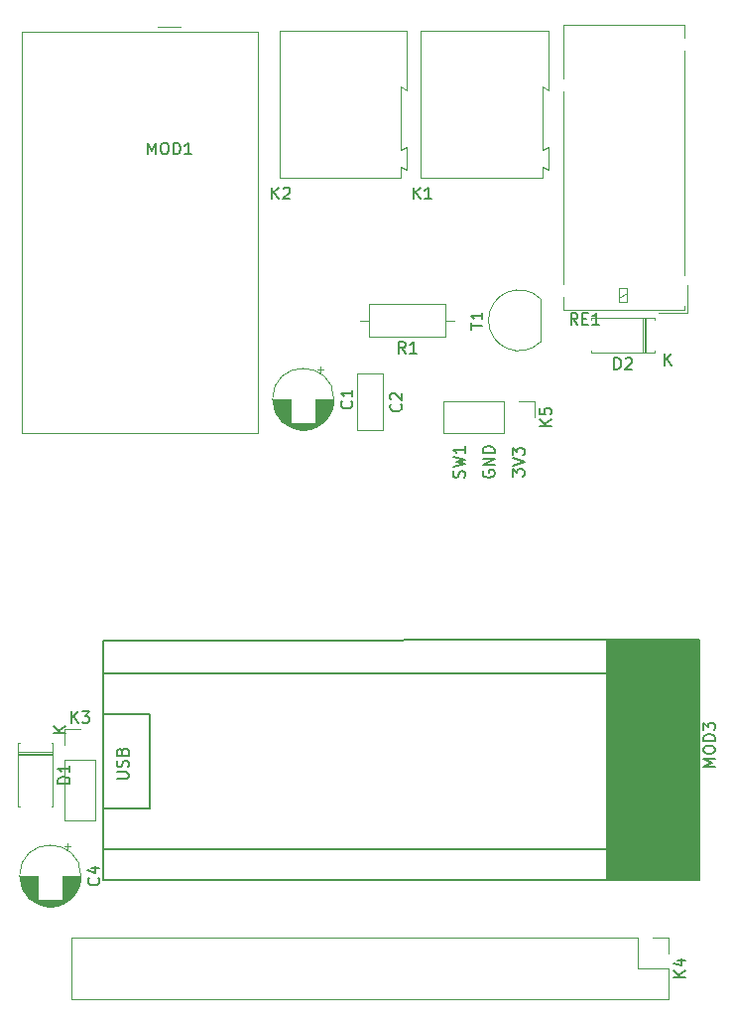
<source format=gbr>
%TF.GenerationSoftware,KiCad,Pcbnew,5.1.9-73d0e3b20d~88~ubuntu20.04.1*%
%TF.CreationDate,2021-03-24T09:58:02+01:00*%
%TF.ProjectId,TouchlessSwitch,546f7563-686c-4657-9373-537769746368,rev?*%
%TF.SameCoordinates,Original*%
%TF.FileFunction,Legend,Top*%
%TF.FilePolarity,Positive*%
%FSLAX46Y46*%
G04 Gerber Fmt 4.6, Leading zero omitted, Abs format (unit mm)*
G04 Created by KiCad (PCBNEW 5.1.9-73d0e3b20d~88~ubuntu20.04.1) date 2021-03-24 09:58:02*
%MOMM*%
%LPD*%
G01*
G04 APERTURE LIST*
%ADD10C,0.150000*%
%ADD11C,0.120000*%
%ADD12C,0.100000*%
G04 APERTURE END LIST*
D10*
X185824761Y-113728333D02*
X185872380Y-113585476D01*
X185872380Y-113347380D01*
X185824761Y-113252142D01*
X185777142Y-113204523D01*
X185681904Y-113156904D01*
X185586666Y-113156904D01*
X185491428Y-113204523D01*
X185443809Y-113252142D01*
X185396190Y-113347380D01*
X185348571Y-113537857D01*
X185300952Y-113633095D01*
X185253333Y-113680714D01*
X185158095Y-113728333D01*
X185062857Y-113728333D01*
X184967619Y-113680714D01*
X184920000Y-113633095D01*
X184872380Y-113537857D01*
X184872380Y-113299761D01*
X184920000Y-113156904D01*
X184872380Y-112823571D02*
X185872380Y-112585476D01*
X185158095Y-112395000D01*
X185872380Y-112204523D01*
X184872380Y-111966428D01*
X185872380Y-111061666D02*
X185872380Y-111633095D01*
X185872380Y-111347380D02*
X184872380Y-111347380D01*
X185015238Y-111442619D01*
X185110476Y-111537857D01*
X185158095Y-111633095D01*
X189952380Y-113633095D02*
X189952380Y-113014047D01*
X190333333Y-113347380D01*
X190333333Y-113204523D01*
X190380952Y-113109285D01*
X190428571Y-113061666D01*
X190523809Y-113014047D01*
X190761904Y-113014047D01*
X190857142Y-113061666D01*
X190904761Y-113109285D01*
X190952380Y-113204523D01*
X190952380Y-113490238D01*
X190904761Y-113585476D01*
X190857142Y-113633095D01*
X189952380Y-112728333D02*
X190952380Y-112395000D01*
X189952380Y-112061666D01*
X189952380Y-111823571D02*
X189952380Y-111204523D01*
X190333333Y-111537857D01*
X190333333Y-111395000D01*
X190380952Y-111299761D01*
X190428571Y-111252142D01*
X190523809Y-111204523D01*
X190761904Y-111204523D01*
X190857142Y-111252142D01*
X190904761Y-111299761D01*
X190952380Y-111395000D01*
X190952380Y-111680714D01*
X190904761Y-111775952D01*
X190857142Y-111823571D01*
X187460000Y-113156904D02*
X187412380Y-113252142D01*
X187412380Y-113395000D01*
X187460000Y-113537857D01*
X187555238Y-113633095D01*
X187650476Y-113680714D01*
X187840952Y-113728333D01*
X187983809Y-113728333D01*
X188174285Y-113680714D01*
X188269523Y-113633095D01*
X188364761Y-113537857D01*
X188412380Y-113395000D01*
X188412380Y-113299761D01*
X188364761Y-113156904D01*
X188317142Y-113109285D01*
X187983809Y-113109285D01*
X187983809Y-113299761D01*
X188412380Y-112680714D02*
X187412380Y-112680714D01*
X188412380Y-112109285D01*
X187412380Y-112109285D01*
X188412380Y-111633095D02*
X187412380Y-111633095D01*
X187412380Y-111395000D01*
X187460000Y-111252142D01*
X187555238Y-111156904D01*
X187650476Y-111109285D01*
X187840952Y-111061666D01*
X187983809Y-111061666D01*
X188174285Y-111109285D01*
X188269523Y-111156904D01*
X188364761Y-111252142D01*
X188412380Y-111395000D01*
X188412380Y-111633095D01*
D11*
%TO.C,K3*%
X151705000Y-142935000D02*
X154365000Y-142935000D01*
X151705000Y-137795000D02*
X151705000Y-142935000D01*
X154365000Y-137795000D02*
X154365000Y-142935000D01*
X151705000Y-137795000D02*
X154365000Y-137795000D01*
X151705000Y-136525000D02*
X151705000Y-135195000D01*
X151705000Y-135195000D02*
X153035000Y-135195000D01*
%TO.C,K5*%
X184090000Y-107255000D02*
X184090000Y-109915000D01*
X189230000Y-107255000D02*
X184090000Y-107255000D01*
X189230000Y-109915000D02*
X184090000Y-109915000D01*
X189230000Y-107255000D02*
X189230000Y-109915000D01*
X190500000Y-107255000D02*
X191830000Y-107255000D01*
X191830000Y-107255000D02*
X191830000Y-108585000D01*
%TO.C,T1*%
X192338478Y-98491522D02*
G75*
G03*
X187900000Y-100330000I-1838478J-1838478D01*
G01*
X192338478Y-102168478D02*
G75*
G02*
X187900000Y-100330000I-1838478J1838478D01*
G01*
X192350000Y-102130000D02*
X192350000Y-98530000D01*
%TO.C,R1*%
X184245000Y-101700000D02*
X184245000Y-98960000D01*
X184245000Y-98960000D02*
X177705000Y-98960000D01*
X177705000Y-98960000D02*
X177705000Y-101700000D01*
X177705000Y-101700000D02*
X184245000Y-101700000D01*
X185015000Y-100330000D02*
X184245000Y-100330000D01*
X176935000Y-100330000D02*
X177705000Y-100330000D01*
%TO.C,D2*%
X202110000Y-102940000D02*
X202110000Y-103070000D01*
X202110000Y-103070000D02*
X196670000Y-103070000D01*
X196670000Y-103070000D02*
X196670000Y-102940000D01*
X202110000Y-100260000D02*
X202110000Y-100130000D01*
X202110000Y-100130000D02*
X196670000Y-100130000D01*
X196670000Y-100130000D02*
X196670000Y-100260000D01*
X201210000Y-103070000D02*
X201210000Y-100130000D01*
X201090000Y-103070000D02*
X201090000Y-100130000D01*
X201330000Y-103070000D02*
X201330000Y-100130000D01*
%TO.C,K2*%
X180920000Y-75615000D02*
X170070000Y-75615000D01*
X180920000Y-80715000D02*
X180920000Y-75615000D01*
X180420000Y-80415000D02*
X180920000Y-80715000D01*
X180420000Y-85815000D02*
X180420000Y-80415000D01*
X180920000Y-85565000D02*
X180420000Y-85815000D01*
X180920000Y-85615000D02*
X180920000Y-85565000D01*
X180920000Y-87515000D02*
X180920000Y-85615000D01*
X180420000Y-87265000D02*
X180920000Y-87515000D01*
X180420000Y-88215000D02*
X180420000Y-87265000D01*
X170070000Y-88215000D02*
X180420000Y-88215000D01*
X170070000Y-75615000D02*
X170070000Y-88215000D01*
%TO.C,K1*%
X192985000Y-75615000D02*
X182135000Y-75615000D01*
X192985000Y-80715000D02*
X192985000Y-75615000D01*
X192485000Y-80415000D02*
X192985000Y-80715000D01*
X192485000Y-85815000D02*
X192485000Y-80415000D01*
X192985000Y-85565000D02*
X192485000Y-85815000D01*
X192985000Y-85615000D02*
X192985000Y-85565000D01*
X192985000Y-87515000D02*
X192985000Y-85615000D01*
X192485000Y-87265000D02*
X192985000Y-87515000D01*
X192485000Y-88215000D02*
X192485000Y-87265000D01*
X182135000Y-88215000D02*
X192485000Y-88215000D01*
X182135000Y-75615000D02*
X182135000Y-88215000D01*
%TO.C,K4*%
X203260000Y-152975000D02*
X203260000Y-154305000D01*
X201930000Y-152975000D02*
X203260000Y-152975000D01*
X203260000Y-155575000D02*
X203260000Y-158175000D01*
X200660000Y-155575000D02*
X203260000Y-155575000D01*
X200660000Y-152975000D02*
X200660000Y-155575000D01*
X203260000Y-158175000D02*
X152340000Y-158175000D01*
X200660000Y-152975000D02*
X152340000Y-152975000D01*
X152340000Y-152975000D02*
X152340000Y-158175000D01*
%TO.C,RE1*%
X204600000Y-99440000D02*
X204600000Y-99100000D01*
X204600000Y-75140000D02*
X204600000Y-76280000D01*
X194310000Y-79740000D02*
X194300000Y-75140000D01*
X194300000Y-99440000D02*
X194300000Y-98300000D01*
X204850000Y-99690000D02*
X202450000Y-99690000D01*
X204850000Y-97350000D02*
X204850000Y-99690000D01*
X199750000Y-97590000D02*
X199050000Y-97590000D01*
X199750000Y-98790000D02*
X199750000Y-97590000D01*
X199050000Y-98790000D02*
X199750000Y-98790000D01*
X199050000Y-97590000D02*
X199050000Y-98790000D01*
X199750000Y-97990000D02*
X199050000Y-98390000D01*
X194300000Y-75140000D02*
X204600000Y-75140000D01*
X204600000Y-96480000D02*
X204600000Y-77300000D01*
X194300000Y-99440000D02*
X204600000Y-99440000D01*
X194300000Y-97280000D02*
X194300000Y-80800000D01*
D10*
%TO.C,MOD3*%
X154970000Y-130405000D02*
X197920000Y-130405000D01*
X154970000Y-127605000D02*
X154970000Y-130405000D01*
X205870000Y-127555000D02*
X154970000Y-127605000D01*
X205870000Y-148005000D02*
X205870000Y-127555000D01*
X154970000Y-148005000D02*
X154970000Y-145405000D01*
X205870000Y-148005000D02*
X154970000Y-148005000D01*
X154970000Y-145405000D02*
X197970000Y-145405000D01*
X154970000Y-130405000D02*
X154970000Y-145405000D01*
X159020000Y-133905000D02*
X159020000Y-134555000D01*
X154970000Y-133905000D02*
X159020000Y-133905000D01*
X159020000Y-141905000D02*
X159020000Y-134405000D01*
X154970000Y-141905000D02*
X159020000Y-141905000D01*
D12*
G36*
X205860000Y-127655000D02*
G01*
X205860000Y-148015000D01*
X197970000Y-147955000D01*
X197970000Y-127655000D01*
X205860000Y-127655000D01*
G37*
X205860000Y-127655000D02*
X205860000Y-148015000D01*
X197970000Y-147955000D01*
X197970000Y-127655000D01*
X205860000Y-127655000D01*
D11*
X205870000Y-148005000D02*
X205860000Y-127575000D01*
X205800000Y-145505000D02*
X205800000Y-137525000D01*
X205800000Y-135525000D02*
X205800000Y-130065000D01*
%TO.C,MOD1*%
X161655000Y-75315000D02*
X159645000Y-75315000D01*
X168255000Y-109905000D02*
X168255000Y-75705000D01*
X148055000Y-109905000D02*
X168255000Y-109905000D01*
X148055000Y-75705000D02*
X148055000Y-109905000D01*
X168255000Y-75705000D02*
X148055000Y-75705000D01*
%TO.C,D1*%
X150695000Y-137125000D02*
X147755000Y-137125000D01*
X150695000Y-137365000D02*
X147755000Y-137365000D01*
X150695000Y-137245000D02*
X147755000Y-137245000D01*
X147755000Y-141785000D02*
X147885000Y-141785000D01*
X147755000Y-136345000D02*
X147755000Y-141785000D01*
X147885000Y-136345000D02*
X147755000Y-136345000D01*
X150695000Y-141785000D02*
X150565000Y-141785000D01*
X150695000Y-136345000D02*
X150695000Y-141785000D01*
X150565000Y-136345000D02*
X150695000Y-136345000D01*
%TO.C,C4*%
X152220000Y-145130225D02*
X151720000Y-145130225D01*
X151970000Y-144880225D02*
X151970000Y-145380225D01*
X150779000Y-150286000D02*
X150211000Y-150286000D01*
X151013000Y-150246000D02*
X149977000Y-150246000D01*
X151172000Y-150206000D02*
X149818000Y-150206000D01*
X151300000Y-150166000D02*
X149690000Y-150166000D01*
X151410000Y-150126000D02*
X149580000Y-150126000D01*
X151506000Y-150086000D02*
X149484000Y-150086000D01*
X151593000Y-150046000D02*
X149397000Y-150046000D01*
X151673000Y-150006000D02*
X149317000Y-150006000D01*
X151746000Y-149966000D02*
X149244000Y-149966000D01*
X151814000Y-149926000D02*
X149176000Y-149926000D01*
X151878000Y-149886000D02*
X149112000Y-149886000D01*
X151938000Y-149846000D02*
X149052000Y-149846000D01*
X151995000Y-149806000D02*
X148995000Y-149806000D01*
X152049000Y-149766000D02*
X148941000Y-149766000D01*
X152100000Y-149726000D02*
X148890000Y-149726000D01*
X149455000Y-149686000D02*
X148842000Y-149686000D01*
X152148000Y-149686000D02*
X151535000Y-149686000D01*
X149455000Y-149646000D02*
X148796000Y-149646000D01*
X152194000Y-149646000D02*
X151535000Y-149646000D01*
X149455000Y-149606000D02*
X148752000Y-149606000D01*
X152238000Y-149606000D02*
X151535000Y-149606000D01*
X149455000Y-149566000D02*
X148710000Y-149566000D01*
X152280000Y-149566000D02*
X151535000Y-149566000D01*
X149455000Y-149526000D02*
X148669000Y-149526000D01*
X152321000Y-149526000D02*
X151535000Y-149526000D01*
X149455000Y-149486000D02*
X148631000Y-149486000D01*
X152359000Y-149486000D02*
X151535000Y-149486000D01*
X149455000Y-149446000D02*
X148594000Y-149446000D01*
X152396000Y-149446000D02*
X151535000Y-149446000D01*
X149455000Y-149406000D02*
X148558000Y-149406000D01*
X152432000Y-149406000D02*
X151535000Y-149406000D01*
X149455000Y-149366000D02*
X148524000Y-149366000D01*
X152466000Y-149366000D02*
X151535000Y-149366000D01*
X149455000Y-149326000D02*
X148491000Y-149326000D01*
X152499000Y-149326000D02*
X151535000Y-149326000D01*
X149455000Y-149286000D02*
X148460000Y-149286000D01*
X152530000Y-149286000D02*
X151535000Y-149286000D01*
X149455000Y-149246000D02*
X148430000Y-149246000D01*
X152560000Y-149246000D02*
X151535000Y-149246000D01*
X149455000Y-149206000D02*
X148400000Y-149206000D01*
X152590000Y-149206000D02*
X151535000Y-149206000D01*
X149455000Y-149166000D02*
X148373000Y-149166000D01*
X152617000Y-149166000D02*
X151535000Y-149166000D01*
X149455000Y-149126000D02*
X148346000Y-149126000D01*
X152644000Y-149126000D02*
X151535000Y-149126000D01*
X149455000Y-149086000D02*
X148320000Y-149086000D01*
X152670000Y-149086000D02*
X151535000Y-149086000D01*
X149455000Y-149046000D02*
X148295000Y-149046000D01*
X152695000Y-149046000D02*
X151535000Y-149046000D01*
X149455000Y-149006000D02*
X148271000Y-149006000D01*
X152719000Y-149006000D02*
X151535000Y-149006000D01*
X149455000Y-148966000D02*
X148248000Y-148966000D01*
X152742000Y-148966000D02*
X151535000Y-148966000D01*
X149455000Y-148926000D02*
X148227000Y-148926000D01*
X152763000Y-148926000D02*
X151535000Y-148926000D01*
X149455000Y-148886000D02*
X148205000Y-148886000D01*
X152785000Y-148886000D02*
X151535000Y-148886000D01*
X149455000Y-148846000D02*
X148185000Y-148846000D01*
X152805000Y-148846000D02*
X151535000Y-148846000D01*
X149455000Y-148806000D02*
X148166000Y-148806000D01*
X152824000Y-148806000D02*
X151535000Y-148806000D01*
X149455000Y-148766000D02*
X148147000Y-148766000D01*
X152843000Y-148766000D02*
X151535000Y-148766000D01*
X149455000Y-148726000D02*
X148130000Y-148726000D01*
X152860000Y-148726000D02*
X151535000Y-148726000D01*
X149455000Y-148686000D02*
X148113000Y-148686000D01*
X152877000Y-148686000D02*
X151535000Y-148686000D01*
X149455000Y-148646000D02*
X148097000Y-148646000D01*
X152893000Y-148646000D02*
X151535000Y-148646000D01*
X149455000Y-148606000D02*
X148081000Y-148606000D01*
X152909000Y-148606000D02*
X151535000Y-148606000D01*
X149455000Y-148566000D02*
X148067000Y-148566000D01*
X152923000Y-148566000D02*
X151535000Y-148566000D01*
X149455000Y-148526000D02*
X148053000Y-148526000D01*
X152937000Y-148526000D02*
X151535000Y-148526000D01*
X149455000Y-148486000D02*
X148040000Y-148486000D01*
X152950000Y-148486000D02*
X151535000Y-148486000D01*
X149455000Y-148446000D02*
X148027000Y-148446000D01*
X152963000Y-148446000D02*
X151535000Y-148446000D01*
X149455000Y-148406000D02*
X148015000Y-148406000D01*
X152975000Y-148406000D02*
X151535000Y-148406000D01*
X149455000Y-148365000D02*
X148004000Y-148365000D01*
X152986000Y-148365000D02*
X151535000Y-148365000D01*
X149455000Y-148325000D02*
X147994000Y-148325000D01*
X152996000Y-148325000D02*
X151535000Y-148325000D01*
X149455000Y-148285000D02*
X147984000Y-148285000D01*
X153006000Y-148285000D02*
X151535000Y-148285000D01*
X149455000Y-148245000D02*
X147975000Y-148245000D01*
X153015000Y-148245000D02*
X151535000Y-148245000D01*
X149455000Y-148205000D02*
X147967000Y-148205000D01*
X153023000Y-148205000D02*
X151535000Y-148205000D01*
X149455000Y-148165000D02*
X147959000Y-148165000D01*
X153031000Y-148165000D02*
X151535000Y-148165000D01*
X149455000Y-148125000D02*
X147952000Y-148125000D01*
X153038000Y-148125000D02*
X151535000Y-148125000D01*
X149455000Y-148085000D02*
X147945000Y-148085000D01*
X153045000Y-148085000D02*
X151535000Y-148085000D01*
X149455000Y-148045000D02*
X147939000Y-148045000D01*
X153051000Y-148045000D02*
X151535000Y-148045000D01*
X149455000Y-148005000D02*
X147934000Y-148005000D01*
X153056000Y-148005000D02*
X151535000Y-148005000D01*
X149455000Y-147965000D02*
X147930000Y-147965000D01*
X153060000Y-147965000D02*
X151535000Y-147965000D01*
X149455000Y-147925000D02*
X147926000Y-147925000D01*
X153064000Y-147925000D02*
X151535000Y-147925000D01*
X149455000Y-147885000D02*
X147922000Y-147885000D01*
X153068000Y-147885000D02*
X151535000Y-147885000D01*
X149455000Y-147845000D02*
X147919000Y-147845000D01*
X153071000Y-147845000D02*
X151535000Y-147845000D01*
X149455000Y-147805000D02*
X147917000Y-147805000D01*
X153073000Y-147805000D02*
X151535000Y-147805000D01*
X149455000Y-147765000D02*
X147916000Y-147765000D01*
X153074000Y-147765000D02*
X151535000Y-147765000D01*
X153075000Y-147725000D02*
X151535000Y-147725000D01*
X149455000Y-147725000D02*
X147915000Y-147725000D01*
X153075000Y-147685000D02*
X151535000Y-147685000D01*
X149455000Y-147685000D02*
X147915000Y-147685000D01*
X153115000Y-147685000D02*
G75*
G03*
X153115000Y-147685000I-2620000J0D01*
G01*
%TO.C,C2*%
X178920000Y-109715000D02*
X176680000Y-109715000D01*
X178920000Y-104875000D02*
X176680000Y-104875000D01*
X176680000Y-104875000D02*
X176680000Y-109715000D01*
X178920000Y-104875000D02*
X178920000Y-109715000D01*
%TO.C,C1*%
X173810000Y-104490225D02*
X173310000Y-104490225D01*
X173560000Y-104240225D02*
X173560000Y-104740225D01*
X172369000Y-109646000D02*
X171801000Y-109646000D01*
X172603000Y-109606000D02*
X171567000Y-109606000D01*
X172762000Y-109566000D02*
X171408000Y-109566000D01*
X172890000Y-109526000D02*
X171280000Y-109526000D01*
X173000000Y-109486000D02*
X171170000Y-109486000D01*
X173096000Y-109446000D02*
X171074000Y-109446000D01*
X173183000Y-109406000D02*
X170987000Y-109406000D01*
X173263000Y-109366000D02*
X170907000Y-109366000D01*
X173336000Y-109326000D02*
X170834000Y-109326000D01*
X173404000Y-109286000D02*
X170766000Y-109286000D01*
X173468000Y-109246000D02*
X170702000Y-109246000D01*
X173528000Y-109206000D02*
X170642000Y-109206000D01*
X173585000Y-109166000D02*
X170585000Y-109166000D01*
X173639000Y-109126000D02*
X170531000Y-109126000D01*
X173690000Y-109086000D02*
X170480000Y-109086000D01*
X171045000Y-109046000D02*
X170432000Y-109046000D01*
X173738000Y-109046000D02*
X173125000Y-109046000D01*
X171045000Y-109006000D02*
X170386000Y-109006000D01*
X173784000Y-109006000D02*
X173125000Y-109006000D01*
X171045000Y-108966000D02*
X170342000Y-108966000D01*
X173828000Y-108966000D02*
X173125000Y-108966000D01*
X171045000Y-108926000D02*
X170300000Y-108926000D01*
X173870000Y-108926000D02*
X173125000Y-108926000D01*
X171045000Y-108886000D02*
X170259000Y-108886000D01*
X173911000Y-108886000D02*
X173125000Y-108886000D01*
X171045000Y-108846000D02*
X170221000Y-108846000D01*
X173949000Y-108846000D02*
X173125000Y-108846000D01*
X171045000Y-108806000D02*
X170184000Y-108806000D01*
X173986000Y-108806000D02*
X173125000Y-108806000D01*
X171045000Y-108766000D02*
X170148000Y-108766000D01*
X174022000Y-108766000D02*
X173125000Y-108766000D01*
X171045000Y-108726000D02*
X170114000Y-108726000D01*
X174056000Y-108726000D02*
X173125000Y-108726000D01*
X171045000Y-108686000D02*
X170081000Y-108686000D01*
X174089000Y-108686000D02*
X173125000Y-108686000D01*
X171045000Y-108646000D02*
X170050000Y-108646000D01*
X174120000Y-108646000D02*
X173125000Y-108646000D01*
X171045000Y-108606000D02*
X170020000Y-108606000D01*
X174150000Y-108606000D02*
X173125000Y-108606000D01*
X171045000Y-108566000D02*
X169990000Y-108566000D01*
X174180000Y-108566000D02*
X173125000Y-108566000D01*
X171045000Y-108526000D02*
X169963000Y-108526000D01*
X174207000Y-108526000D02*
X173125000Y-108526000D01*
X171045000Y-108486000D02*
X169936000Y-108486000D01*
X174234000Y-108486000D02*
X173125000Y-108486000D01*
X171045000Y-108446000D02*
X169910000Y-108446000D01*
X174260000Y-108446000D02*
X173125000Y-108446000D01*
X171045000Y-108406000D02*
X169885000Y-108406000D01*
X174285000Y-108406000D02*
X173125000Y-108406000D01*
X171045000Y-108366000D02*
X169861000Y-108366000D01*
X174309000Y-108366000D02*
X173125000Y-108366000D01*
X171045000Y-108326000D02*
X169838000Y-108326000D01*
X174332000Y-108326000D02*
X173125000Y-108326000D01*
X171045000Y-108286000D02*
X169817000Y-108286000D01*
X174353000Y-108286000D02*
X173125000Y-108286000D01*
X171045000Y-108246000D02*
X169795000Y-108246000D01*
X174375000Y-108246000D02*
X173125000Y-108246000D01*
X171045000Y-108206000D02*
X169775000Y-108206000D01*
X174395000Y-108206000D02*
X173125000Y-108206000D01*
X171045000Y-108166000D02*
X169756000Y-108166000D01*
X174414000Y-108166000D02*
X173125000Y-108166000D01*
X171045000Y-108126000D02*
X169737000Y-108126000D01*
X174433000Y-108126000D02*
X173125000Y-108126000D01*
X171045000Y-108086000D02*
X169720000Y-108086000D01*
X174450000Y-108086000D02*
X173125000Y-108086000D01*
X171045000Y-108046000D02*
X169703000Y-108046000D01*
X174467000Y-108046000D02*
X173125000Y-108046000D01*
X171045000Y-108006000D02*
X169687000Y-108006000D01*
X174483000Y-108006000D02*
X173125000Y-108006000D01*
X171045000Y-107966000D02*
X169671000Y-107966000D01*
X174499000Y-107966000D02*
X173125000Y-107966000D01*
X171045000Y-107926000D02*
X169657000Y-107926000D01*
X174513000Y-107926000D02*
X173125000Y-107926000D01*
X171045000Y-107886000D02*
X169643000Y-107886000D01*
X174527000Y-107886000D02*
X173125000Y-107886000D01*
X171045000Y-107846000D02*
X169630000Y-107846000D01*
X174540000Y-107846000D02*
X173125000Y-107846000D01*
X171045000Y-107806000D02*
X169617000Y-107806000D01*
X174553000Y-107806000D02*
X173125000Y-107806000D01*
X171045000Y-107766000D02*
X169605000Y-107766000D01*
X174565000Y-107766000D02*
X173125000Y-107766000D01*
X171045000Y-107725000D02*
X169594000Y-107725000D01*
X174576000Y-107725000D02*
X173125000Y-107725000D01*
X171045000Y-107685000D02*
X169584000Y-107685000D01*
X174586000Y-107685000D02*
X173125000Y-107685000D01*
X171045000Y-107645000D02*
X169574000Y-107645000D01*
X174596000Y-107645000D02*
X173125000Y-107645000D01*
X171045000Y-107605000D02*
X169565000Y-107605000D01*
X174605000Y-107605000D02*
X173125000Y-107605000D01*
X171045000Y-107565000D02*
X169557000Y-107565000D01*
X174613000Y-107565000D02*
X173125000Y-107565000D01*
X171045000Y-107525000D02*
X169549000Y-107525000D01*
X174621000Y-107525000D02*
X173125000Y-107525000D01*
X171045000Y-107485000D02*
X169542000Y-107485000D01*
X174628000Y-107485000D02*
X173125000Y-107485000D01*
X171045000Y-107445000D02*
X169535000Y-107445000D01*
X174635000Y-107445000D02*
X173125000Y-107445000D01*
X171045000Y-107405000D02*
X169529000Y-107405000D01*
X174641000Y-107405000D02*
X173125000Y-107405000D01*
X171045000Y-107365000D02*
X169524000Y-107365000D01*
X174646000Y-107365000D02*
X173125000Y-107365000D01*
X171045000Y-107325000D02*
X169520000Y-107325000D01*
X174650000Y-107325000D02*
X173125000Y-107325000D01*
X171045000Y-107285000D02*
X169516000Y-107285000D01*
X174654000Y-107285000D02*
X173125000Y-107285000D01*
X171045000Y-107245000D02*
X169512000Y-107245000D01*
X174658000Y-107245000D02*
X173125000Y-107245000D01*
X171045000Y-107205000D02*
X169509000Y-107205000D01*
X174661000Y-107205000D02*
X173125000Y-107205000D01*
X171045000Y-107165000D02*
X169507000Y-107165000D01*
X174663000Y-107165000D02*
X173125000Y-107165000D01*
X171045000Y-107125000D02*
X169506000Y-107125000D01*
X174664000Y-107125000D02*
X173125000Y-107125000D01*
X174665000Y-107085000D02*
X173125000Y-107085000D01*
X171045000Y-107085000D02*
X169505000Y-107085000D01*
X174665000Y-107045000D02*
X173125000Y-107045000D01*
X171045000Y-107045000D02*
X169505000Y-107045000D01*
X174705000Y-107045000D02*
G75*
G03*
X174705000Y-107045000I-2620000J0D01*
G01*
%TO.C,K3*%
D10*
X152296904Y-134647380D02*
X152296904Y-133647380D01*
X152868333Y-134647380D02*
X152439761Y-134075952D01*
X152868333Y-133647380D02*
X152296904Y-134218809D01*
X153201666Y-133647380D02*
X153820714Y-133647380D01*
X153487380Y-134028333D01*
X153630238Y-134028333D01*
X153725476Y-134075952D01*
X153773095Y-134123571D01*
X153820714Y-134218809D01*
X153820714Y-134456904D01*
X153773095Y-134552142D01*
X153725476Y-134599761D01*
X153630238Y-134647380D01*
X153344523Y-134647380D01*
X153249285Y-134599761D01*
X153201666Y-134552142D01*
%TO.C,K5*%
X193282380Y-109323095D02*
X192282380Y-109323095D01*
X193282380Y-108751666D02*
X192710952Y-109180238D01*
X192282380Y-108751666D02*
X192853809Y-109323095D01*
X192282380Y-107846904D02*
X192282380Y-108323095D01*
X192758571Y-108370714D01*
X192710952Y-108323095D01*
X192663333Y-108227857D01*
X192663333Y-107989761D01*
X192710952Y-107894523D01*
X192758571Y-107846904D01*
X192853809Y-107799285D01*
X193091904Y-107799285D01*
X193187142Y-107846904D01*
X193234761Y-107894523D01*
X193282380Y-107989761D01*
X193282380Y-108227857D01*
X193234761Y-108323095D01*
X193187142Y-108370714D01*
%TO.C,T1*%
X186392380Y-101091904D02*
X186392380Y-100520476D01*
X187392380Y-100806190D02*
X186392380Y-100806190D01*
X187392380Y-99663333D02*
X187392380Y-100234761D01*
X187392380Y-99949047D02*
X186392380Y-99949047D01*
X186535238Y-100044285D01*
X186630476Y-100139523D01*
X186678095Y-100234761D01*
%TO.C,R1*%
X180808333Y-103152380D02*
X180475000Y-102676190D01*
X180236904Y-103152380D02*
X180236904Y-102152380D01*
X180617857Y-102152380D01*
X180713095Y-102200000D01*
X180760714Y-102247619D01*
X180808333Y-102342857D01*
X180808333Y-102485714D01*
X180760714Y-102580952D01*
X180713095Y-102628571D01*
X180617857Y-102676190D01*
X180236904Y-102676190D01*
X181760714Y-103152380D02*
X181189285Y-103152380D01*
X181475000Y-103152380D02*
X181475000Y-102152380D01*
X181379761Y-102295238D01*
X181284523Y-102390476D01*
X181189285Y-102438095D01*
%TO.C,D2*%
X198651904Y-104522380D02*
X198651904Y-103522380D01*
X198890000Y-103522380D01*
X199032857Y-103570000D01*
X199128095Y-103665238D01*
X199175714Y-103760476D01*
X199223333Y-103950952D01*
X199223333Y-104093809D01*
X199175714Y-104284285D01*
X199128095Y-104379523D01*
X199032857Y-104474761D01*
X198890000Y-104522380D01*
X198651904Y-104522380D01*
X199604285Y-103617619D02*
X199651904Y-103570000D01*
X199747142Y-103522380D01*
X199985238Y-103522380D01*
X200080476Y-103570000D01*
X200128095Y-103617619D01*
X200175714Y-103712857D01*
X200175714Y-103808095D01*
X200128095Y-103950952D01*
X199556666Y-104522380D01*
X200175714Y-104522380D01*
X202938095Y-104152380D02*
X202938095Y-103152380D01*
X203509523Y-104152380D02*
X203080952Y-103580952D01*
X203509523Y-103152380D02*
X202938095Y-103723809D01*
%TO.C,K2*%
X169441904Y-89987380D02*
X169441904Y-88987380D01*
X170013333Y-89987380D02*
X169584761Y-89415952D01*
X170013333Y-88987380D02*
X169441904Y-89558809D01*
X170394285Y-89082619D02*
X170441904Y-89035000D01*
X170537142Y-88987380D01*
X170775238Y-88987380D01*
X170870476Y-89035000D01*
X170918095Y-89082619D01*
X170965714Y-89177857D01*
X170965714Y-89273095D01*
X170918095Y-89415952D01*
X170346666Y-89987380D01*
X170965714Y-89987380D01*
%TO.C,K1*%
X181506904Y-89987380D02*
X181506904Y-88987380D01*
X182078333Y-89987380D02*
X181649761Y-89415952D01*
X182078333Y-88987380D02*
X181506904Y-89558809D01*
X183030714Y-89987380D02*
X182459285Y-89987380D01*
X182745000Y-89987380D02*
X182745000Y-88987380D01*
X182649761Y-89130238D01*
X182554523Y-89225476D01*
X182459285Y-89273095D01*
%TO.C,K4*%
X204712380Y-156313095D02*
X203712380Y-156313095D01*
X204712380Y-155741666D02*
X204140952Y-156170238D01*
X203712380Y-155741666D02*
X204283809Y-156313095D01*
X204045714Y-154884523D02*
X204712380Y-154884523D01*
X203664761Y-155122619D02*
X204379047Y-155360714D01*
X204379047Y-154741666D01*
%TO.C,RE1*%
X195500952Y-100702380D02*
X195167619Y-100226190D01*
X194929523Y-100702380D02*
X194929523Y-99702380D01*
X195310476Y-99702380D01*
X195405714Y-99750000D01*
X195453333Y-99797619D01*
X195500952Y-99892857D01*
X195500952Y-100035714D01*
X195453333Y-100130952D01*
X195405714Y-100178571D01*
X195310476Y-100226190D01*
X194929523Y-100226190D01*
X195929523Y-100178571D02*
X196262857Y-100178571D01*
X196405714Y-100702380D02*
X195929523Y-100702380D01*
X195929523Y-99702380D01*
X196405714Y-99702380D01*
X197358095Y-100702380D02*
X196786666Y-100702380D01*
X197072380Y-100702380D02*
X197072380Y-99702380D01*
X196977142Y-99845238D01*
X196881904Y-99940476D01*
X196786666Y-99988095D01*
%TO.C,MOD3*%
X207252380Y-138358333D02*
X206252380Y-138358333D01*
X206966666Y-138025000D01*
X206252380Y-137691666D01*
X207252380Y-137691666D01*
X206252380Y-137025000D02*
X206252380Y-136834523D01*
X206300000Y-136739285D01*
X206395238Y-136644047D01*
X206585714Y-136596428D01*
X206919047Y-136596428D01*
X207109523Y-136644047D01*
X207204761Y-136739285D01*
X207252380Y-136834523D01*
X207252380Y-137025000D01*
X207204761Y-137120238D01*
X207109523Y-137215476D01*
X206919047Y-137263095D01*
X206585714Y-137263095D01*
X206395238Y-137215476D01*
X206300000Y-137120238D01*
X206252380Y-137025000D01*
X207252380Y-136167857D02*
X206252380Y-136167857D01*
X206252380Y-135929761D01*
X206300000Y-135786904D01*
X206395238Y-135691666D01*
X206490476Y-135644047D01*
X206680952Y-135596428D01*
X206823809Y-135596428D01*
X207014285Y-135644047D01*
X207109523Y-135691666D01*
X207204761Y-135786904D01*
X207252380Y-135929761D01*
X207252380Y-136167857D01*
X206252380Y-135263095D02*
X206252380Y-134644047D01*
X206633333Y-134977380D01*
X206633333Y-134834523D01*
X206680952Y-134739285D01*
X206728571Y-134691666D01*
X206823809Y-134644047D01*
X207061904Y-134644047D01*
X207157142Y-134691666D01*
X207204761Y-134739285D01*
X207252380Y-134834523D01*
X207252380Y-135120238D01*
X207204761Y-135215476D01*
X207157142Y-135263095D01*
X156172380Y-139416904D02*
X156981904Y-139416904D01*
X157077142Y-139369285D01*
X157124761Y-139321666D01*
X157172380Y-139226428D01*
X157172380Y-139035952D01*
X157124761Y-138940714D01*
X157077142Y-138893095D01*
X156981904Y-138845476D01*
X156172380Y-138845476D01*
X157124761Y-138416904D02*
X157172380Y-138274047D01*
X157172380Y-138035952D01*
X157124761Y-137940714D01*
X157077142Y-137893095D01*
X156981904Y-137845476D01*
X156886666Y-137845476D01*
X156791428Y-137893095D01*
X156743809Y-137940714D01*
X156696190Y-138035952D01*
X156648571Y-138226428D01*
X156600952Y-138321666D01*
X156553333Y-138369285D01*
X156458095Y-138416904D01*
X156362857Y-138416904D01*
X156267619Y-138369285D01*
X156220000Y-138321666D01*
X156172380Y-138226428D01*
X156172380Y-137988333D01*
X156220000Y-137845476D01*
X156648571Y-137083571D02*
X156696190Y-136940714D01*
X156743809Y-136893095D01*
X156839047Y-136845476D01*
X156981904Y-136845476D01*
X157077142Y-136893095D01*
X157124761Y-136940714D01*
X157172380Y-137035952D01*
X157172380Y-137416904D01*
X156172380Y-137416904D01*
X156172380Y-137083571D01*
X156220000Y-136988333D01*
X156267619Y-136940714D01*
X156362857Y-136893095D01*
X156458095Y-136893095D01*
X156553333Y-136940714D01*
X156600952Y-136988333D01*
X156648571Y-137083571D01*
X156648571Y-137416904D01*
%TO.C,MOD1*%
X158821666Y-86177380D02*
X158821666Y-85177380D01*
X159155000Y-85891666D01*
X159488333Y-85177380D01*
X159488333Y-86177380D01*
X160155000Y-85177380D02*
X160345476Y-85177380D01*
X160440714Y-85225000D01*
X160535952Y-85320238D01*
X160583571Y-85510714D01*
X160583571Y-85844047D01*
X160535952Y-86034523D01*
X160440714Y-86129761D01*
X160345476Y-86177380D01*
X160155000Y-86177380D01*
X160059761Y-86129761D01*
X159964523Y-86034523D01*
X159916904Y-85844047D01*
X159916904Y-85510714D01*
X159964523Y-85320238D01*
X160059761Y-85225000D01*
X160155000Y-85177380D01*
X161012142Y-86177380D02*
X161012142Y-85177380D01*
X161250238Y-85177380D01*
X161393095Y-85225000D01*
X161488333Y-85320238D01*
X161535952Y-85415476D01*
X161583571Y-85605952D01*
X161583571Y-85748809D01*
X161535952Y-85939285D01*
X161488333Y-86034523D01*
X161393095Y-86129761D01*
X161250238Y-86177380D01*
X161012142Y-86177380D01*
X162535952Y-86177380D02*
X161964523Y-86177380D01*
X162250238Y-86177380D02*
X162250238Y-85177380D01*
X162155000Y-85320238D01*
X162059761Y-85415476D01*
X161964523Y-85463095D01*
%TO.C,D1*%
X152147380Y-139803095D02*
X151147380Y-139803095D01*
X151147380Y-139565000D01*
X151195000Y-139422142D01*
X151290238Y-139326904D01*
X151385476Y-139279285D01*
X151575952Y-139231666D01*
X151718809Y-139231666D01*
X151909285Y-139279285D01*
X152004523Y-139326904D01*
X152099761Y-139422142D01*
X152147380Y-139565000D01*
X152147380Y-139803095D01*
X152147380Y-138279285D02*
X152147380Y-138850714D01*
X152147380Y-138565000D02*
X151147380Y-138565000D01*
X151290238Y-138660238D01*
X151385476Y-138755476D01*
X151433095Y-138850714D01*
X151777380Y-135516904D02*
X150777380Y-135516904D01*
X151777380Y-134945476D02*
X151205952Y-135374047D01*
X150777380Y-134945476D02*
X151348809Y-135516904D01*
%TO.C,C4*%
X154602142Y-147851666D02*
X154649761Y-147899285D01*
X154697380Y-148042142D01*
X154697380Y-148137380D01*
X154649761Y-148280238D01*
X154554523Y-148375476D01*
X154459285Y-148423095D01*
X154268809Y-148470714D01*
X154125952Y-148470714D01*
X153935476Y-148423095D01*
X153840238Y-148375476D01*
X153745000Y-148280238D01*
X153697380Y-148137380D01*
X153697380Y-148042142D01*
X153745000Y-147899285D01*
X153792619Y-147851666D01*
X154030714Y-146994523D02*
X154697380Y-146994523D01*
X153649761Y-147232619D02*
X154364047Y-147470714D01*
X154364047Y-146851666D01*
%TO.C,C2*%
X180407142Y-107461666D02*
X180454761Y-107509285D01*
X180502380Y-107652142D01*
X180502380Y-107747380D01*
X180454761Y-107890238D01*
X180359523Y-107985476D01*
X180264285Y-108033095D01*
X180073809Y-108080714D01*
X179930952Y-108080714D01*
X179740476Y-108033095D01*
X179645238Y-107985476D01*
X179550000Y-107890238D01*
X179502380Y-107747380D01*
X179502380Y-107652142D01*
X179550000Y-107509285D01*
X179597619Y-107461666D01*
X179597619Y-107080714D02*
X179550000Y-107033095D01*
X179502380Y-106937857D01*
X179502380Y-106699761D01*
X179550000Y-106604523D01*
X179597619Y-106556904D01*
X179692857Y-106509285D01*
X179788095Y-106509285D01*
X179930952Y-106556904D01*
X180502380Y-107128333D01*
X180502380Y-106509285D01*
%TO.C,C1*%
X176192142Y-107211666D02*
X176239761Y-107259285D01*
X176287380Y-107402142D01*
X176287380Y-107497380D01*
X176239761Y-107640238D01*
X176144523Y-107735476D01*
X176049285Y-107783095D01*
X175858809Y-107830714D01*
X175715952Y-107830714D01*
X175525476Y-107783095D01*
X175430238Y-107735476D01*
X175335000Y-107640238D01*
X175287380Y-107497380D01*
X175287380Y-107402142D01*
X175335000Y-107259285D01*
X175382619Y-107211666D01*
X176287380Y-106259285D02*
X176287380Y-106830714D01*
X176287380Y-106545000D02*
X175287380Y-106545000D01*
X175430238Y-106640238D01*
X175525476Y-106735476D01*
X175573095Y-106830714D01*
%TD*%
M02*

</source>
